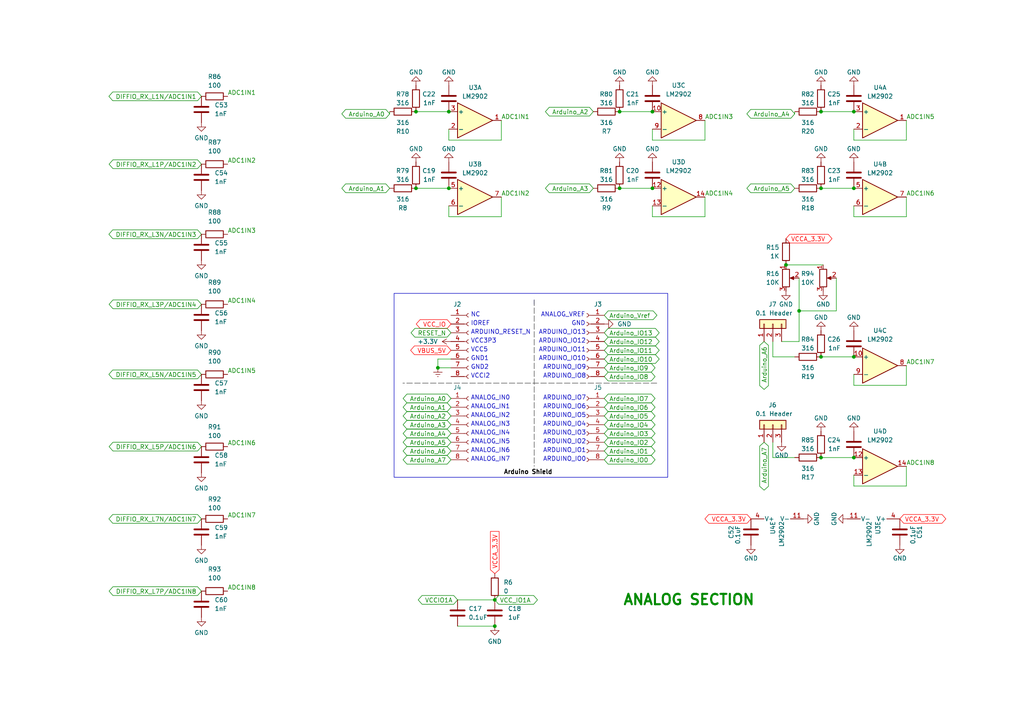
<source format=kicad_sch>
(kicad_sch (version 20231120) (generator "eeschema") (generator_version "8.0")
  (paper "A4")
  (lib_symbols
    (symbol "Amplifier_Operational:LM2902" (pin_names (offset 0.127))
      (property "Reference" "U" (at 0 5.08 0))
      (property "Value" "LM2902" (at 0 -5.08 0))
      (symbol "LM2902_1_1"
        (polyline (pts (xy -5.08 5.08) (xy 5.08 0) (xy -5.08 -5.08) (xy -5.08 5.08)) (stroke (width 0.254)) (fill (type background)))
        (pin output line (at 7.62 0 180) (length 2.54) (name "~") (number "1"))
        (pin input line (at -7.62 -2.54 0) (length 2.54) (name "-") (number "2"))
        (pin input line (at -7.62 2.54 0) (length 2.54) (name "+") (number "3"))
      )
      (symbol "LM2902_2_1"
        (polyline (pts (xy -5.08 5.08) (xy 5.08 0) (xy -5.08 -5.08) (xy -5.08 5.08)) (stroke (width 0.254)) (fill (type background)))
        (pin input line (at -7.62 2.54 0) (length 2.54) (name "+") (number "5"))
        (pin input line (at -7.62 -2.54 0) (length 2.54) (name "-") (number "6"))
        (pin output line (at 7.62 0 180) (length 2.54) (name "~") (number "7"))
      )
      (symbol "LM2902_3_1"
        (polyline (pts (xy -5.08 5.08) (xy 5.08 0) (xy -5.08 -5.08) (xy -5.08 5.08)) (stroke (width 0.254)) (fill (type background)))
        (pin input line (at -7.62 2.54 0) (length 2.54) (name "+") (number "10"))
        (pin output line (at 7.62 0 180) (length 2.54) (name "~") (number "8"))
        (pin input line (at -7.62 -2.54 0) (length 2.54) (name "-") (number "9"))
      )
      (symbol "LM2902_4_1"
        (polyline (pts (xy -5.08 5.08) (xy 5.08 0) (xy -5.08 -5.08) (xy -5.08 5.08)) (stroke (width 0.254)) (fill (type background)))
        (pin input line (at -7.62 2.54 0) (length 2.54) (name "+") (number "12"))
        (pin input line (at -7.62 -2.54 0) (length 2.54) (name "-") (number "13"))
        (pin output line (at 7.62 0 180) (length 2.54) (name "~") (number "14"))
      )
      (symbol "LM2902_5_1"
        (pin power_in line (at -2.54 -7.62 90) (length 3.81) (name "V-") (number "11"))
        (pin power_in line (at -2.54 7.62 270) (length 3.81) (name "V+") (number "4"))
      )
    )
    (symbol "Connector:Conn_01x08_Socket" (pin_names (offset 1.016) hide)
      (property "Reference" "J" (at 0 10.16 0))
      (property "Value" "Conn_01x08_Socket" (at 0 -12.7 0))
      (symbol "Conn_01x08_Socket_1_1"
        (arc (start 0 -9.652) (mid -0.5058 -10.16) (end 0 -10.668) (stroke (width 0.1524)))
        (arc (start 0 -7.112) (mid -0.5058 -7.62) (end 0 -8.128) (stroke (width 0.1524)))
        (arc (start 0 -4.572) (mid -0.5058 -5.08) (end 0 -5.588) (stroke (width 0.1524)))
        (arc (start 0 -2.032) (mid -0.5058 -2.54) (end 0 -3.048) (stroke (width 0.1524)))
        (polyline (pts (xy -1.27 -10.16) (xy -0.508 -10.16)) (stroke (width 0.1524)))
        (polyline (pts (xy -1.27 -7.62) (xy -0.508 -7.62)) (stroke (width 0.1524)))
        (polyline (pts (xy -1.27 -5.08) (xy -0.508 -5.08)) (stroke (width 0.1524)))
        (polyline (pts (xy -1.27 -2.54) (xy -0.508 -2.54)) (stroke (width 0.1524)))
        (polyline (pts (xy -1.27 0) (xy -0.508 0)) (stroke (width 0.1524)))
        (polyline (pts (xy -1.27 2.54) (xy -0.508 2.54)) (stroke (width 0.1524)))
        (polyline (pts (xy -1.27 5.08) (xy -0.508 5.08)) (stroke (width 0.1524)))
        (polyline (pts (xy -1.27 7.62) (xy -0.508 7.62)) (stroke (width 0.1524)))
        (arc (start 0 0.508) (mid -0.5058 0) (end 0 -0.508) (stroke (width 0.1524)))
        (arc (start 0 3.048) (mid -0.5058 2.54) (end 0 2.032) (stroke (width 0.1524)))
        (arc (start 0 5.588) (mid -0.5058 5.08) (end 0 4.572) (stroke (width 0.1524)))
        (arc (start 0 8.128) (mid -0.5058 7.62) (end 0 7.112) (stroke (width 0.1524)))
        (pin passive line (at -5.08 7.62 0) (length 3.81) (name "Pin_1") (number "1"))
        (pin passive line (at -5.08 5.08 0) (length 3.81) (name "Pin_2") (number "2"))
        (pin passive line (at -5.08 2.54 0) (length 3.81) (name "Pin_3") (number "3"))
        (pin passive line (at -5.08 0 0) (length 3.81) (name "Pin_4") (number "4"))
        (pin passive line (at -5.08 -2.54 0) (length 3.81) (name "Pin_5") (number "5"))
        (pin passive line (at -5.08 -5.08 0) (length 3.81) (name "Pin_6") (number "6"))
        (pin passive line (at -5.08 -7.62 0) (length 3.81) (name "Pin_7") (number "7"))
        (pin passive line (at -5.08 -10.16 0) (length 3.81) (name "Pin_8") (number "8"))
      )
    )
    (symbol "Connector_Generic:Conn_01x03" (pin_names (offset 1.016) hide)
      (property "Reference" "J" (at 0 5.08 0))
      (property "Value" "Conn_01x03" (at 0 -5.08 0))
      (symbol "Conn_01x03_1_1"
        (rectangle (start -1.27 -2.413) (end 0 -2.667) (stroke (width 0.1524)))
        (rectangle (start -1.27 0.127) (end 0 -0.127) (stroke (width 0.1524)))
        (rectangle (start -1.27 2.667) (end 0 2.413) (stroke (width 0.1524)))
        (rectangle (start -1.27 3.81) (end 1.27 -3.81) (stroke (width 0.254)) (fill (type background)))
        (pin passive line (at -5.08 2.54 0) (length 3.81) (name "Pin_1") (number "1"))
        (pin passive line (at -5.08 0 0) (length 3.81) (name "Pin_2") (number "2"))
        (pin passive line (at -5.08 -2.54 0) (length 3.81) (name "Pin_3") (number "3"))
      )
    )
    (symbol "Device:C" (pin_numbers hide) (pin_names (offset 0.254))
      (property "Reference" "C" (at 0.635 2.54 0))
      (property "Value" "C" (at 0.635 -2.54 0))
      (symbol "C_0_1"
        (polyline (pts (xy -2.032 -0.762) (xy 2.032 -0.762)) (stroke (width 0.508)))
        (polyline (pts (xy -2.032 0.762) (xy 2.032 0.762)) (stroke (width 0.508)))
      )
      (symbol "C_1_1"
        (pin passive line (at 0 3.81 270) (length 2.794) (name "~") (number "1"))
        (pin passive line (at 0 -3.81 90) (length 2.794) (name "~") (number "2"))
      )
    )
    (symbol "Device:R" (pin_numbers hide) (pin_names (offset 0))
      (property "Reference" "R" (at 2.032 0 90))
      (property "Value" "R" (at 0 0 90))
      (symbol "R_0_1"
        (rectangle (start -1.016 -2.54) (end 1.016 2.54) (stroke (width 0.254)))
      )
      (symbol "R_1_1"
        (pin passive line (at 0 3.81 270) (length 1.27) (name "~") (number "1"))
        (pin passive line (at 0 -3.81 90) (length 1.27) (name "~") (number "2"))
      )
    )
    (symbol "Device:R_Potentiometer" (pin_names (offset 1.016) hide)
      (property "Reference" "RV" (at -4.445 0 90))
      (property "Value" "R_Potentiometer" (at -2.54 0 90))
      (symbol "R_Potentiometer_0_1"
        (polyline (pts (xy 2.54 0) (xy 1.524 0)))
        (polyline (pts (xy 1.143 0) (xy 2.286 0.508) (xy 2.286 -0.508) (xy 1.143 0)) (fill (type outline)))
        (rectangle (start 1.016 2.54) (end -1.016 -2.54) (stroke (width 0.254)))
      )
      (symbol "R_Potentiometer_1_1"
        (pin passive line (at 0 3.81 270) (length 1.27) (name "1") (number "1"))
        (pin passive line (at 3.81 0 180) (length 1.27) (name "2") (number "2"))
        (pin passive line (at 0 -3.81 90) (length 1.27) (name "3") (number "3"))
      )
    )
    (symbol "power:+3.3V" (power) (pin_names (offset 0))
      (property "Value" "+3.3V" (at 0 3.556 0))
      (symbol "+3.3V_0_1"
        (polyline (pts (xy -0.762 1.27) (xy 0 2.54)))
        (polyline (pts (xy 0 0) (xy 0 2.54)))
        (polyline (pts (xy 0 2.54) (xy 0.762 1.27)))
      )
      (symbol "+3.3V_1_1"
        (pin power_in line (at 0 0 90) (length 0) hide (name "+3.3V") (number "1"))
      )
    )
    (symbol "power:Earth" (power) (pin_names (offset 0))
      (symbol "Earth_0_1"
        (polyline (pts (xy -0.635 -1.905) (xy 0.635 -1.905)))
        (polyline (pts (xy -0.127 -2.54) (xy 0.127 -2.54)))
        (polyline (pts (xy 0 -1.27) (xy 0 0)))
        (polyline (pts (xy 1.27 -1.27) (xy -1.27 -1.27)))
      )
      (symbol "Earth_1_1"
        (pin power_in line (at 0 0 270) (length 0) hide (name "Earth") (number "1"))
      )
    )
    (symbol "power:GND" (power) (pin_names (offset 0))
      (property "Value" "GND" (at 0 -3.81 0))
      (symbol "GND_0_1"
        (polyline (pts (xy 0 0) (xy 0 -1.27) (xy 1.27 -1.27) (xy 0 -2.54) (xy -1.27 -1.27) (xy 0 -1.27)))
      )
      (symbol "GND_1_1"
        (pin power_in line (at 0 0 270) (length 0) hide (name "GND") (number "1"))
      )
    )
  )
  (junction (at 179.705 54.61))
  (junction (at 227.965 76.835))
  (junction (at 143.51 181.61))
  (junction (at 179.705 32.385))
  (junction (at 247.65 132.715))
  (junction (at 247.65 103.505))
  (junction (at 247.65 54.61))
  (junction (at 127 106.68))
  (junction (at 189.23 32.385))
  (junction (at 130.175 32.385))
  (junction (at 231.775 90.17))
  (junction (at 238.125 32.385))
  (junction (at 238.125 132.715))
  (junction (at 130.175 54.61))
  (junction (at 238.125 54.61))
  (junction (at 143.51 173.99))
  (junction (at 189.23 54.61))
  (junction (at 247.65 32.385))
  (junction (at 238.125 103.505))
  (junction (at 120.65 32.385))
  (junction (at 120.65 54.61))
  (wire (pts (xy 262.89 62.865) (xy 262.89 57.15)))
  (wire (pts (xy 238.125 132.715) (xy 247.65 132.715)))
  (wire (pts (xy 247.65 62.865) (xy 262.89 62.865)))
  (wire (pts (xy 189.23 62.865) (xy 204.47 62.865)))
  (wire (pts (xy 127 104.14) (xy 130.81 104.14)))
  (wire (pts (xy 189.23 37.465) (xy 189.23 40.64)))
  (polyline (pts (xy 154.94 86.995) (xy 154.94 88.265)))
  (wire (pts (xy 224.155 132.715) (xy 230.505 132.715)))
  (wire (pts (xy 262.89 140.97) (xy 262.89 135.255)))
  (wire (pts (xy 231.775 99.06) (xy 231.775 90.17)))
  (wire (pts (xy 224.155 103.505) (xy 230.505 103.505)))
  (polyline (pts (xy 154.94 86.995) (xy 154.94 135.255)) (stroke (width 0) (type dash) (color 72 72 72 1)))
  (wire (pts (xy 230.505 32.385) (xy 230.505 33.02)))
  (wire (pts (xy 247.65 59.69) (xy 247.65 62.865)))
  (wire (pts (xy 130.175 37.465) (xy 130.175 40.64)))
  (wire (pts (xy 204.47 62.865) (xy 204.47 57.15)))
  (wire (pts (xy 130.175 59.69) (xy 130.175 62.865)))
  (wire (pts (xy 231.775 80.645) (xy 231.775 90.17)))
  (wire (pts (xy 231.775 90.17) (xy 242.57 90.17)))
  (wire (pts (xy 145.415 62.865) (xy 145.415 57.15)))
  (wire (pts (xy 145.415 40.64) (xy 145.415 34.925)))
  (wire (pts (xy 247.65 137.795) (xy 247.65 140.97)))
  (wire (pts (xy 113.03 32.385) (xy 113.03 33.02)))
  (wire (pts (xy 143.51 173.99) (xy 132.715 173.99)))
  (wire (pts (xy 204.47 40.64) (xy 204.47 34.925)))
  (wire (pts (xy 242.57 90.17) (xy 242.57 80.645)))
  (wire (pts (xy 247.65 140.97) (xy 262.89 140.97)))
  (wire (pts (xy 120.65 54.61) (xy 130.175 54.61)))
  (wire (pts (xy 238.125 32.385) (xy 247.65 32.385)))
  (wire (pts (xy 189.23 40.64) (xy 204.47 40.64)))
  (wire (pts (xy 247.65 108.585) (xy 247.65 111.76)))
  (wire (pts (xy 189.23 59.69) (xy 189.23 62.865)))
  (wire (pts (xy 224.155 128.27) (xy 224.155 132.715)))
  (polyline (pts (xy 190.5 111.125) (xy 116.84 111.125)) (stroke (width 0) (type dash) (color 72 72 72 1)))
  (wire (pts (xy 179.705 32.385) (xy 189.23 32.385)))
  (wire (pts (xy 238.125 103.505) (xy 247.65 103.505)))
  (wire (pts (xy 120.65 32.385) (xy 130.175 32.385)))
  (wire (pts (xy 127 104.14) (xy 127 106.68)))
  (wire (pts (xy 130.175 62.865) (xy 145.415 62.865)))
  (wire (pts (xy 224.155 99.06) (xy 224.155 103.505)))
  (wire (pts (xy 262.89 111.76) (xy 262.89 106.045)))
  (wire (pts (xy 130.175 40.64) (xy 145.415 40.64)))
  (wire (pts (xy 247.65 37.465) (xy 247.65 40.64)))
  (wire (pts (xy 226.695 99.06) (xy 231.775 99.06)))
  (wire (pts (xy 143.51 181.61) (xy 132.715 181.61)))
  (wire (pts (xy 238.125 54.61) (xy 247.65 54.61)))
  (wire (pts (xy 127 106.68) (xy 130.81 106.68)))
  (wire (pts (xy 247.65 111.76) (xy 262.89 111.76)))
  (wire (pts (xy 262.89 40.64) (xy 262.89 34.925)))
  (wire (pts (xy 227.965 76.835) (xy 238.76 76.835)))
  (wire (pts (xy 179.705 54.61) (xy 189.23 54.61)))
  (wire (pts (xy 247.65 40.64) (xy 262.89 40.64)))
  (rectangle (start 114.3 85.09) (end 193.675 138.43))
  (text "ARDUINO_IO13" (at 156.21 97.155 0) (effects (font (size 1.27 1.27)) (justify left bottom)))
  (text "ARDUINO_IO4" (at 157.48 123.825 0) (effects (font (size 1.27 1.27)) (justify left bottom)))
  (text "ANALOG_IN2" (at 136.525 121.285 0) (effects (font (size 1.27 1.27)) (justify left bottom)))
  (text "ARDUINO_IO12" (at 156.21 99.695 0) (effects (font (size 1.27 1.27)) (justify left bottom)))
  (text "ARDUINO_RESET_N" (at 136.525 97.155 0) (effects (font (size 1.27 1.27)) (justify left bottom)))
  (text "ANALOG SECTION" (at 219.075 175.895 0) (effects (font (size 3 3) (thickness 0.6) (bold yes)) (justify right bottom)))
  (text "NC" (at 136.525 92.075 0) (effects (font (size 1.27 1.27)) (justify left bottom)))
  (text "GND" (at 165.735 94.615 0) (effects (font (size 1.27 1.27)) (justify left bottom)))
  (text "ARDUINO_IO2" (at 157.48 128.905 0) (effects (font (size 1.27 1.27)) (justify left bottom)))
  (text "ARDUINO_IO10" (at 156.21 104.775 0) (effects (font (size 1.27 1.27)) (justify left bottom)))
  (text "ANALOG_IN0" (at 136.525 116.205 0) (effects (font (size 1.27 1.27)) (justify left bottom)))
  (text "IOREF" (at 136.525 94.615 0) (effects (font (size 1.27 1.27)) (justify left bottom)))
  (text "VCCI2" (at 136.525 109.855 0) (effects (font (size 1.27 1.27)) (justify left bottom)))
  (text "ARDUINO_IO9" (at 157.48 107.315 0) (effects (font (size 1.27 1.27)) (justify left bottom)))
  (text "ANALOG_IN1" (at 136.525 118.745 0) (effects (font (size 1.27 1.27)) (justify left bottom)))
  (text "ARDUINO_IO0" (at 157.48 133.985 0) (effects (font (size 1.27 1.27)) (justify left bottom)))
  (text "ANALOG_IN5" (at 136.525 128.905 0) (effects (font (size 1.27 1.27)) (justify left bottom)))
  (text "ARDUINO_IO8" (at 157.48 109.855 0) (effects (font (size 1.27 1.27)) (justify left bottom)))
  (text "ARDUINO_IO7" (at 157.48 116.205 0) (effects (font (size 1.27 1.27)) (justify left bottom)))
  (text "ANALOG_IN6" (at 136.525 131.445 0) (effects (font (size 1.27 1.27)) (justify left bottom)))
  (text "GND1" (at 136.525 104.775 0) (effects (font (size 1.27 1.27)) (justify left bottom)))
  (text "ANALOG_IN7" (at 136.525 133.985 0) (effects (font (size 1.27 1.27)) (justify left bottom)))
  (text "ARDUINO_IO1" (at 157.48 131.445 0) (effects (font (size 1.27 1.27)) (justify left bottom)))
  (text "ANALOG_IN4" (at 136.525 126.365 0) (effects (font (size 1.27 1.27)) (justify left bottom)))
  (text "ANALOG_IN3" (at 136.525 123.825 0) (effects (font (size 1.27 1.27)) (justify left bottom)))
  (text "Arduino Shield" (at 146.05 137.795 0) (effects (font (size 1.27 1.27) (thickness 0.254) (bold yes)) (justify left bottom)))
  (text "ANALOG_VREF" (at 156.845 92.075 0) (effects (font (size 1.27 1.27)) (justify left bottom)))
  (text "VCC3P3" (at 136.525 99.695 0) (effects (font (size 1.27 1.27)) (justify left bottom)))
  (text "ARDUINO_IO11" (at 156.21 102.235 0) (effects (font (size 1.27 1.27)) (justify left bottom)))
  (text "VCC5" (at 136.525 102.235 0) (effects (font (size 1.27 1.27)) (justify left bottom)))
  (text "ARDUINO_IO6" (at 157.48 118.745 0) (effects (font (size 1.27 1.27)) (justify left bottom)))
  (text "ARDUINO_IO5" (at 157.48 121.285 0) (effects (font (size 1.27 1.27)) (justify left bottom)))
  (text "GND2" (at 136.525 107.315 0) (effects (font (size 1.27 1.27)) (justify left bottom)))
  (text "ARDUINO_IO3" (at 157.48 126.365 0) (effects (font (size 1.27 1.27)) (justify left bottom)))
  (label "ADC1IN1" (at 66.04 27.94 0))
  (label "ADC1IN2" (at 145.415 57.15 0))
  (label "ADC1IN2" (at 66.04 47.625 0))
  (label "ADC1IN3" (at 66.04 67.945 0))
  (label "ADC1IN6" (at 66.04 129.54 0))
  (label "ADC1IN6" (at 262.89 57.15 0))
  (label "ADC1IN4" (at 66.04 88.265 0))
  (label "ADC1IN7" (at 66.04 150.495 0))
  (label "ADC1IN4" (at 204.47 57.15 0))
  (label "ADC1IN5" (at 262.89 34.925 0))
  (label "ADC1IN1" (at 145.415 34.925 0))
  (label "ADC1IN5" (at 66.04 108.585 0))
  (label "ADC1IN3" (at 204.47 34.925 0))
  (label "ADC1IN8" (at 66.04 171.45 0))
  (label "ADC1IN8" (at 262.89 135.255 0))
  (label "ADC1IN7" (at 262.89 106.045 0))
  (global_label "VCCA_3.3V" (shape bidirectional) (at 217.805 150.495 180) (property "Intersheetrefs" "${INTERSHEET_REFS}" (effects (hide yes))))
  (global_label "DIFFIO_RX_L3N{slash}ADC1IN3" (shape bidirectional) (at 58.42 67.945 180) (property "Intersheetrefs" "${INTERSHEET_REFS}" (effects (hide yes))))
  (global_label "VCCA_3.3V" (shape bidirectional) (at 260.985 150.495 0) (property "Intersheetrefs" "${INTERSHEET_REFS}" (effects (hide yes))))
  (global_label "Arduino_IO6" (shape bidirectional) (at 175.26 118.11 0) (property "Intersheetrefs" "${INTERSHEET_REFS}" (effects (hide yes))))
  (global_label "Arduino_IO7" (shape bidirectional) (at 175.26 115.57 0) (property "Intersheetrefs" "${INTERSHEET_REFS}" (effects (hide yes))))
  (global_label "VCCIO1A" (shape bidirectional) (at 132.715 173.99 180) (property "Intersheetrefs" "${INTERSHEET_REFS}" (effects (hide yes))))
  (global_label "Arduino_IO11" (shape bidirectional) (at 175.26 101.6 0) (property "Intersheetrefs" "${INTERSHEET_REFS}" (effects (hide yes))))
  (global_label "Arduino_A1" (shape bidirectional) (at 130.81 118.11 180) (property "Intersheetrefs" "${INTERSHEET_REFS}" (effects (hide yes))))
  (global_label "VCCA_3.3V" (shape bidirectional) (at 227.965 69.215 0) (property "Intersheetrefs" "${INTERSHEET_REFS}" (effects (hide yes))))
  (global_label "DIFFIO_RX_L7N{slash}ADC1IN7" (shape bidirectional) (at 58.42 150.495 180) (property "Intersheetrefs" "${INTERSHEET_REFS}" (effects (hide yes))))
  (global_label "Arduino_IO13" (shape bidirectional) (at 175.26 96.52 0) (property "Intersheetrefs" "${INTERSHEET_REFS}" (effects (hide yes))))
  (global_label "Arduino_Vref" (shape bidirectional) (at 175.26 91.44 0) (property "Intersheetrefs" "${INTERSHEET_REFS}" (effects (hide yes))))
  (global_label "Arduino_A5" (shape bidirectional) (at 130.81 128.27 180) (property "Intersheetrefs" "${INTERSHEET_REFS}" (effects (hide yes))))
  (global_label "Arduino_A7" (shape bidirectional) (at 130.81 133.35 180) (property "Intersheetrefs" "${INTERSHEET_REFS}" (effects (hide yes))))
  (global_label "Arduino_IO0" (shape bidirectional) (at 175.26 133.35 0) (property "Intersheetrefs" "${INTERSHEET_REFS}" (effects (hide yes))))
  (global_label "Arduino_IO3" (shape bidirectional) (at 175.26 125.73 0) (property "Intersheetrefs" "${INTERSHEET_REFS}" (effects (hide yes))))
  (global_label "VCC_IO1A" (shape bidirectional) (at 143.51 173.99 0) (property "Intersheetrefs" "${INTERSHEET_REFS}" (effects (hide yes))))
  (global_label "Arduino_A4" (shape bidirectional) (at 230.505 33.02 180) (property "Intersheetrefs" "${INTERSHEET_REFS}" (effects (hide yes))))
  (global_label "Arduino_A3" (shape bidirectional) (at 130.81 123.19 180) (property "Intersheetrefs" "${INTERSHEET_REFS}" (effects (hide yes))))
  (global_label "Arduino_IO10" (shape bidirectional) (at 175.26 104.14 0) (property "Intersheetrefs" "${INTERSHEET_REFS}" (effects (hide yes))))
  (global_label "Arduino_A3" (shape bidirectional) (at 172.085 54.61 180) (property "Intersheetrefs" "${INTERSHEET_REFS}" (effects (hide yes))))
  (global_label "Arduino_A4" (shape bidirectional) (at 130.81 125.73 180) (property "Intersheetrefs" "${INTERSHEET_REFS}" (effects (hide yes))))
  (global_label "Arduino_IO8" (shape bidirectional) (at 175.26 109.22 0) (property "Intersheetrefs" "${INTERSHEET_REFS}" (effects (hide yes))))
  (global_label "Arduino_A7" (shape bidirectional) (at 221.615 128.27 270) (property "Intersheetrefs" "${INTERSHEET_REFS}" (effects (hide yes))))
  (global_label "VCC_IO" (shape bidirectional) (at 130.81 93.98 180) (property "Intersheetrefs" "${INTERSHEET_REFS}" (effects (hide yes))))
  (global_label "Arduino_A1" (shape bidirectional) (at 113.03 54.61 180) (property "Intersheetrefs" "${INTERSHEET_REFS}" (effects (hide yes))))
  (global_label "Arduino_IO5" (shape bidirectional) (at 175.26 120.65 0) (property "Intersheetrefs" "${INTERSHEET_REFS}" (effects (hide yes))))
  (global_label "Arduino_A5" (shape bidirectional) (at 230.505 54.61 180) (property "Intersheetrefs" "${INTERSHEET_REFS}" (effects (hide yes))))
  (global_label "Arduino_A0" (shape bidirectional) (at 130.81 115.57 180) (property "Intersheetrefs" "${INTERSHEET_REFS}" (effects (hide yes))))
  (global_label "Arduino_A0" (shape bidirectional) (at 113.03 33.02 180) (property "Intersheetrefs" "${INTERSHEET_REFS}" (effects (hide yes))))
  (global_label "RESET_N" (shape bidirectional) (at 130.81 96.52 180) (property "Intersheetrefs" "${INTERSHEET_REFS}" (effects (hide yes))))
  (global_label "Arduino_IO2" (shape bidirectional) (at 175.26 128.27 0) (property "Intersheetrefs" "${INTERSHEET_REFS}" (effects (hide yes))))
  (global_label "Arduino_IO12" (shape bidirectional) (at 175.26 99.06 0) (property "Intersheetrefs" "${INTERSHEET_REFS}" (effects (hide yes))))
  (global_label "DIFFIO_RX_L7P{slash}ADC1IN8" (shape bidirectional) (at 58.42 171.45 180) (property "Intersheetrefs" "${INTERSHEET_REFS}" (effects (hide yes))))
  (global_label "DIFFIO_RX_L5N{slash}ADC1IN5" (shape bidirectional) (at 58.42 108.585 180) (property "Intersheetrefs" "${INTERSHEET_REFS}" (effects (hide yes))))
  (global_label "Arduino_IO4" (shape bidirectional) (at 175.26 123.19 0) (property "Intersheetrefs" "${INTERSHEET_REFS}" (effects (hide yes))))
  (global_label "DIFFIO_RX_L1P{slash}ADC1IN2" (shape bidirectional) (at 58.42 47.625 180) (property "Intersheetrefs" "${INTERSHEET_REFS}" (effects (hide yes))))
  (global_label "Arduino_IO9" (shape bidirectional) (at 175.26 106.68 0) (property "Intersheetrefs" "${INTERSHEET_REFS}" (effects (hide yes))))
  (global_label "Arduino_IO1" (shape bidirectional) (at 175.26 130.81 0) (property "Intersheetrefs" "${INTERSHEET_REFS}" (effects (hide yes))))
  (global_label "Arduino_A6" (shape bidirectional) (at 130.81 130.81 180) (property "Intersheetrefs" "${INTERSHEET_REFS}" (effects (hide yes))))
  (global_label "Arduino_A2" (shape bidirectional) (at 172.085 32.385 180) (property "Intersheetrefs" "${INTERSHEET_REFS}" (effects (hide yes))))
  (global_label "VCCA_3.3V" (shape input) (at 143.51 166.37 90) (property "Intersheetrefs" "${INTERSHEET_REFS}" (effects (hide yes))))
  (global_label "Arduino_A2" (shape bidirectional) (at 130.81 120.65 180) (property "Intersheetrefs" "${INTERSHEET_REFS}" (effects (hide yes))))
  (global_label "Arduino_A6" (shape bidirectional) (at 221.615 99.06 270) (property "Intersheetrefs" "${INTERSHEET_REFS}" (effects (hide yes))))
  (global_label "DIFFIO_RX_L1N{slash}ADC1IN1" (shape bidirectional) (at 58.42 27.94 180) (property "Intersheetrefs" "${INTERSHEET_REFS}" (effects (hide yes))))
  (global_label "DIFFIO_RX_L3P{slash}ADC1IN4" (shape bidirectional) (at 58.42 88.265 180) (property "Intersheetrefs" "${INTERSHEET_REFS}" (effects (hide yes))))
  (global_label "VBUS_5V" (shape bidirectional) (at 130.81 101.6 180) (property "Intersheetrefs" "${INTERSHEET_REFS}" (effects (hide yes))))
  (global_label "DIFFIO_RX_L5P{slash}ADC1IN6" (shape bidirectional) (at 58.42 129.54 180) (property "Intersheetrefs" "${INTERSHEET_REFS}" (effects (hide yes))))
  (symbol (lib_id "Amplifier_Operational:LM2902") (at 255.27 135.255 0) (unit 4)
    (property "Reference" "U4" (at 255.27 125.095 0))
    (property "Value" "LM2902" (at 255.27 127.635 0))
    (property "Footprint" "LM2902DR2:SOIC127P600X175-14N" (effects (hide yes)))
    (property "Datasheet" "http://www.ti.com/lit/ds/symlink/lm2902-n.pdf" (effects (hide yes)))
  )
  (symbol (lib_id "power:GND") (at 260.985 158.115 0) (unit 1)
    (property "Reference" "#PWR050" (effects (hide yes)))
    (property "Value" "GND" (at 260.985 161.925 0))
  )
  (symbol (lib_id "Device:R") (at 62.23 27.94 90) (unit 1)
    (property "Reference" "R86" (at 62.23 22.225 90))
    (property "Value" "100" (at 62.23 24.765 90))
    (property "Footprint" "Resistor_SMD:R_0201_0603Metric" (effects (hide yes)))
  )
  (symbol (lib_id "Device:R") (at 234.315 103.505 90) (mirror x) (unit 1)
    (property "Reference" "R19" (at 234.315 109.22 90))
    (property "Value" "316" (at 234.315 106.68 90))
    (property "Footprint" "Resistor_SMD:R_0201_0603Metric" (effects (hide yes)))
  )
  (symbol (lib_id "power:GND") (at 58.42 55.245 0) (unit 1)
    (property "Reference" "#PWR065" (effects (hide yes)))
    (property "Value" "GND" (at 58.42 59.69 0))
  )
  (symbol (lib_id "Device:R") (at 175.895 32.385 90) (mirror x) (unit 1)
    (property "Reference" "R7" (at 175.895 38.1 90))
    (property "Value" "316" (at 175.895 35.56 90))
    (property "Footprint" "Resistor_SMD:R_0201_0603Metric" (effects (hide yes)))
  )
  (symbol (lib_id "power:GND") (at 58.42 179.07 0) (unit 1)
    (property "Reference" "#PWR071" (effects (hide yes)))
    (property "Value" "GND" (at 58.42 183.515 0))
  )
  (symbol (lib_id "Device:R") (at 120.65 50.8 0) (mirror y) (unit 1)
    (property "Reference" "R79" (at 118.745 49.53 0) (effects (justify left)))
    (property "Value" "316" (at 118.745 52.07 0) (effects (justify left)))
    (property "Footprint" "Resistor_SMD:R_0201_0603Metric" (effects (hide yes)))
  )
  (symbol (lib_id "power:GND") (at 245.745 150.495 270) (unit 1)
    (property "Reference" "#PWR049" (effects (hide yes)))
    (property "Value" "GND" (at 241.935 150.495 0))
  )
  (symbol (lib_id "Device:C") (at 260.985 154.305 0) (mirror y) (unit 1)
    (property "Reference" "C51" (at 266.7 152.4 90) (effects (justify right)))
    (property "Value" "0.1uF" (at 264.795 152.4 90) (effects (justify right)))
    (property "Footprint" "Capacitor_SMD:C_0201_0603Metric" (effects (hide yes)))
  )
  (symbol (lib_id "Device:R") (at 175.895 54.61 90) (mirror x) (unit 1)
    (property "Reference" "R9" (at 175.895 60.325 90))
    (property "Value" "316" (at 175.895 57.785 90))
    (property "Footprint" "Resistor_SMD:R_0201_0603Metric" (effects (hide yes)))
  )
  (symbol (lib_id "Device:R") (at 62.23 47.625 90) (unit 1)
    (property "Reference" "R87" (at 62.23 41.275 90))
    (property "Value" "100" (at 62.23 43.815 90))
    (property "Footprint" "Resistor_SMD:R_0201_0603Metric" (effects (hide yes)))
  )
  (symbol (lib_id "power:GND") (at 175.26 93.98 90) (unit 1)
    (property "Reference" "#PWR040" (effects (hide yes)))
    (property "Value" "GND" (at 179.07 93.98 90) (effects (justify right)))
  )
  (symbol (lib_id "Device:C") (at 58.42 112.395 0) (unit 1)
    (property "Reference" "C57" (at 62.23 111.125 0) (effects (justify left)))
    (property "Value" "1nF" (at 62.23 113.665 0) (effects (justify left)))
    (property "Footprint" "Capacitor_SMD:C_0201_0603Metric" (effects (hide yes)))
  )
  (symbol (lib_id "power:GND") (at 179.705 24.765 180) (unit 1)
    (property "Reference" "#PWR045" (effects (hide yes)))
    (property "Value" "GND" (at 179.705 20.955 0))
  )
  (symbol (lib_id "Device:R_Potentiometer") (at 227.965 80.645 0) (unit 1)
    (property "Reference" "R16" (at 226.06 79.375 0) (effects (justify right)))
    (property "Value" "10K" (at 226.06 81.915 0) (effects (justify right)))
    (property "Footprint" "Potentiometer_SMD:Potentiometer_Vishay_TS53YJ_Vertical" (effects (hide yes)))
  )
  (symbol (lib_id "Device:R") (at 62.23 129.54 90) (unit 1)
    (property "Reference" "R91" (at 62.23 123.825 90))
    (property "Value" "100" (at 62.23 126.365 90))
    (property "Footprint" "Resistor_SMD:R_0201_0603Metric" (effects (hide yes)))
  )
  (symbol (lib_id "Device:R") (at 116.84 32.385 90) (mirror x) (unit 1)
    (property "Reference" "R10" (at 116.84 38.1 90))
    (property "Value" "316" (at 116.84 35.56 90))
    (property "Footprint" "Resistor_SMD:R_0201_0603Metric" (effects (hide yes)))
  )
  (symbol (lib_id "power:GND") (at 130.175 46.99 180) (unit 1)
    (property "Reference" "#PWR044" (effects (hide yes)))
    (property "Value" "GND" (at 130.175 43.18 0))
  )
  (symbol (lib_id "Amplifier_Operational:LM2902") (at 225.425 153.035 90) (mirror x) (unit 5)
    (property "Reference" "U4" (at 224.155 151.13 0) (effects (justify left)))
    (property "Value" "LM2902" (at 226.695 151.13 0) (effects (justify left)))
    (property "Footprint" "LM2902DR2:SOIC127P600X175-14N" (effects (hide yes)))
    (property "Datasheet" "http://www.ti.com/lit/ds/symlink/lm2902-n.pdf" (effects (hide yes)))
  )
  (symbol (lib_id "power:GND") (at 247.65 95.885 180) (unit 1)
    (property "Reference" "#PWR058" (effects (hide yes)))
    (property "Value" "GND" (at 247.65 92.075 0))
  )
  (symbol (lib_id "power:GND") (at 58.42 116.205 0) (unit 1)
    (property "Reference" "#PWR068" (effects (hide yes)))
    (property "Value" "GND" (at 58.42 120.65 0))
  )
  (symbol (lib_id "power:Earth") (at 127 106.68 0) (unit 1)
    (property "Reference" "#PWR039" (effects (hide yes)))
    (property "Value" "Earth" (effects (hide yes)))
  )
  (symbol (lib_id "Device:R") (at 238.125 28.575 0) (mirror y) (unit 1)
    (property "Reference" "R82" (at 236.22 27.305 0) (effects (justify left)))
    (property "Value" "316" (at 236.22 29.845 0) (effects (justify left)))
    (property "Footprint" "Resistor_SMD:R_0201_0603Metric" (effects (hide yes)))
  )
  (symbol (lib_id "Device:R") (at 238.125 128.905 0) (mirror y) (unit 1)
    (property "Reference" "R85" (at 236.22 127.635 0) (effects (justify left)))
    (property "Value" "316" (at 236.22 130.175 0) (effects (justify left)))
    (property "Footprint" "Resistor_SMD:R_0201_0603Metric" (effects (hide yes)))
  )
  (symbol (lib_id "Device:R") (at 238.125 99.695 0) (mirror y) (unit 1)
    (property "Reference" "R84" (at 236.22 98.425 0) (effects (justify left)))
    (property "Value" "316" (at 236.22 100.965 0) (effects (justify left)))
    (property "Footprint" "Resistor_SMD:R_0201_0603Metric" (effects (hide yes)))
  )
  (symbol (lib_id "power:GND") (at 58.42 75.565 0) (unit 1)
    (property "Reference" "#PWR066" (effects (hide yes)))
    (property "Value" "GND" (at 58.42 80.01 0))
  )
  (symbol (lib_id "Device:C") (at 58.42 31.75 0) (unit 1)
    (property "Reference" "C53" (at 62.23 30.48 0) (effects (justify left)))
    (property "Value" "1nF" (at 62.23 33.02 0) (effects (justify left)))
    (property "Footprint" "Capacitor_SMD:C_0201_0603Metric" (effects (hide yes)))
  )
  (symbol (lib_id "Amplifier_Operational:LM2902") (at 137.795 57.15 0) (unit 2)
    (property "Reference" "U3" (at 137.795 47.625 0))
    (property "Value" "LM2902" (at 137.795 50.165 0))
    (property "Footprint" "LM2902DR2:SOIC127P600X175-14N" (effects (hide yes)))
    (property "Datasheet" "http://www.ti.com/lit/ds/symlink/lm2902-n.pdf" (effects (hide yes)))
  )
  (symbol (lib_id "Device:C") (at 130.175 28.575 0) (unit 1)
    (property "Reference" "C22" (at 126.365 27.305 0) (effects (justify right)))
    (property "Value" "1nF" (at 126.365 29.845 0) (effects (justify right)))
    (property "Footprint" "Capacitor_SMD:C_0201_0603Metric" (effects (hide yes)))
  )
  (symbol (lib_id "power:GND") (at 247.65 24.765 180) (unit 1)
    (property "Reference" "#PWR055" (effects (hide yes)))
    (property "Value" "GND" (at 247.65 20.955 0))
  )
  (symbol (lib_id "Device:R") (at 116.84 54.61 90) (mirror x) (unit 1)
    (property "Reference" "R8" (at 116.84 60.325 90))
    (property "Value" "316" (at 116.84 57.785 90))
    (property "Footprint" "Resistor_SMD:R_0201_0603Metric" (effects (hide yes)))
  )
  (symbol (lib_id "Device:C") (at 58.42 175.26 0) (unit 1)
    (property "Reference" "C60" (at 62.23 173.99 0) (effects (justify left)))
    (property "Value" "1nF" (at 62.23 176.53 0) (effects (justify left)))
    (property "Footprint" "Capacitor_SMD:C_0201_0603Metric" (effects (hide yes)))
  )
  (symbol (lib_id "power:GND") (at 227.965 84.455 0) (unit 1)
    (property "Reference" "#PWR059" (effects (hide yes)))
    (property "Value" "GND" (at 227.965 88.265 0))
  )
  (symbol (lib_id "Device:C") (at 247.65 128.905 0) (unit 1)
    (property "Reference" "C24" (at 243.84 127.635 0) (effects (justify right)))
    (property "Value" "1nF" (at 243.84 130.175 0) (effects (justify right)))
    (property "Footprint" "Capacitor_SMD:C_0201_0603Metric" (effects (hide yes)))
  )
  (symbol (lib_id "power:GND") (at 217.805 158.115 0) (mirror y) (unit 1)
    (property "Reference" "#PWR051" (effects (hide yes)))
    (property "Value" "GND" (at 217.805 161.925 0))
  )
  (symbol (lib_id "Device:R") (at 238.125 50.8 0) (mirror y) (unit 1)
    (property "Reference" "R83" (at 236.22 49.53 0) (effects (justify left)))
    (property "Value" "316" (at 236.22 52.07 0) (effects (justify left)))
    (property "Footprint" "Resistor_SMD:R_0201_0603Metric" (effects (hide yes)))
  )
  (symbol (lib_id "Device:R_Potentiometer") (at 238.76 80.645 0) (unit 1)
    (property "Reference" "R94" (at 236.22 79.375 0) (effects (justify right)))
    (property "Value" "10K" (at 236.22 81.915 0) (effects (justify right)))
    (property "Footprint" "Potentiometer_THT:Potentiometer_ACP_CA9-H5_Horizontal" (effects (hide yes)))
  )
  (symbol (lib_id "Device:R") (at 227.965 73.025 0) (mirror y) (unit 1)
    (property "Reference" "R15" (at 226.06 71.755 0) (effects (justify left)))
    (property "Value" "1K" (at 226.06 74.295 0) (effects (justify left)))
    (property "Footprint" "Resistor_SMD:R_0201_0603Metric" (effects (hide yes)))
  )
  (symbol (lib_id "Device:R") (at 62.23 108.585 90) (unit 1)
    (property "Reference" "R90" (at 62.23 102.235 90))
    (property "Value" "100" (at 62.23 104.775 90))
    (property "Footprint" "Resistor_SMD:R_0201_0603Metric" (effects (hide yes)))
  )
  (symbol (lib_id "Device:C") (at 130.175 50.8 0) (unit 1)
    (property "Reference" "C19" (at 126.365 49.53 0) (effects (justify right)))
    (property "Value" "1nF" (at 126.365 52.07 0) (effects (justify right)))
    (property "Footprint" "Capacitor_SMD:C_0201_0603Metric" (effects (hide yes)))
  )
  (symbol (lib_id "Connector_Generic:Conn_01x03") (at 224.155 93.98 90) (unit 1)
    (property "Reference" "J7" (at 222.885 88.265 90) (effects (justify right)))
    (property "Value" "0.1 Header" (at 219.075 90.805 90) (effects (justify right)))
    (property "Footprint" "Connector_PinHeader_2.54mm:PinHeader_1x03_P2.54mm_Vertical" (effects (hide yes)))
  )
  (symbol (lib_id "power:GND") (at 238.125 46.99 180) (unit 1)
    (property "Reference" "#PWR054" (effects (hide yes)))
    (property "Value" "GND" (at 238.125 43.18 0))
  )
  (symbol (lib_id "Device:R") (at 62.23 67.945 90) (unit 1)
    (property "Reference" "R88" (at 62.23 61.595 90))
    (property "Value" "100" (at 62.23 64.135 90))
    (property "Footprint" "Resistor_SMD:R_0201_0603Metric" (effects (hide yes)))
  )
  (symbol (lib_id "power:GND") (at 233.045 150.495 90) (mirror x) (unit 1)
    (property "Reference" "#PWR052" (effects (hide yes)))
    (property "Value" "GND" (at 236.855 150.495 0))
  )
  (symbol (lib_id "Device:C") (at 143.51 177.8 0) (unit 1)
    (property "Reference" "C18" (at 147.32 176.53 0) (effects (justify left)))
    (property "Value" "1uF" (at 147.32 179.07 0) (effects (justify left)))
    (property "Footprint" "Capacitor_SMD:C_0201_0603Metric" (effects (hide yes)))
  )
  (symbol (lib_id "Connector:Conn_01x08_Socket") (at 170.18 123.19 0) (mirror y) (unit 1)
    (property "Reference" "J5" (at 174.625 112.395 0) (effects (justify left)))
    (property "Value" "Conn_01x08_Socket" (effects (hide yes)))
    (property "Footprint" "Connector_PinSocket_2.54mm:PinSocket_1x08_P2.54mm_Vertical" (effects (hide yes)))
  )
  (symbol (lib_id "Device:C") (at 247.65 50.8 0) (unit 1)
    (property "Reference" "C23" (at 243.84 49.53 0) (effects (justify right)))
    (property "Value" "1nF" (at 243.84 52.07 0) (effects (justify right)))
    (property "Footprint" "Capacitor_SMD:C_0201_0603Metric" (effects (hide yes)))
  )
  (symbol (lib_id "power:+3.3V") (at 130.81 99.06 90) (unit 1)
    (property "Reference" "#PWR038" (effects (hide yes)))
    (property "Value" "+3.3V" (at 127 99.06 90) (effects (justify left)))
  )
  (symbol (lib_id "Device:C") (at 247.65 99.695 0) (unit 1)
    (property "Reference" "C26" (at 243.84 98.425 0) (effects (justify right)))
    (property "Value" "1nF" (at 243.84 100.965 0) (effects (justify right)))
    (property "Footprint" "Capacitor_SMD:C_0201_0603Metric" (effects (hide yes)))
  )
  (symbol (lib_id "power:GND") (at 238.125 125.095 180) (unit 1)
    (property "Reference" "#PWR061" (effects (hide yes)))
    (property "Value" "GND" (at 238.125 121.285 0))
  )
  (symbol (lib_id "Device:C") (at 58.42 51.435 0) (unit 1)
    (property "Reference" "C54" (at 62.23 50.165 0) (effects (justify left)))
    (property "Value" "1nF" (at 62.23 52.705 0) (effects (justify left)))
    (property "Footprint" "Capacitor_SMD:C_0201_0603Metric" (effects (hide yes)))
  )
  (symbol (lib_id "power:GND") (at 58.42 137.16 0) (unit 1)
    (property "Reference" "#PWR069" (effects (hide yes)))
    (property "Value" "GND" (at 58.42 141.605 0))
  )
  (symbol (lib_id "Connector:Conn_01x08_Socket") (at 135.89 123.19 0) (unit 1)
    (property "Reference" "J4" (at 131.445 112.395 0) (effects (justify left)))
    (property "Value" "Conn_01x08_Socket" (effects (hide yes)))
    (property "Footprint" "Connector_PinSocket_2.54mm:PinSocket_1x08_P2.54mm_Vertical" (effects (hide yes)))
  )
  (symbol (lib_id "Device:C") (at 58.42 154.305 0) (unit 1)
    (property "Reference" "C59" (at 62.23 153.035 0) (effects (justify left)))
    (property "Value" "1nF" (at 62.23 155.575 0) (effects (justify left)))
    (property "Footprint" "Capacitor_SMD:C_0201_0603Metric" (effects (hide yes)))
  )
  (symbol (lib_id "Device:R") (at 143.51 170.18 180) (unit 1)
    (property "Reference" "R6" (at 146.05 168.91 0) (effects (justify right)))
    (property "Value" "0" (at 146.05 171.45 0) (effects (justify right)))
    (property "Footprint" "Resistor_SMD:R_0201_0603Metric" (effects (hide yes)))
  )
  (symbol (lib_id "power:GND") (at 238.76 84.455 0) (unit 1)
    (property "Reference" "#PWR060" (effects (hide yes)))
    (property "Value" "GND" (at 238.76 88.265 0))
  )
  (symbol (lib_id "Device:R") (at 62.23 150.495 90) (unit 1)
    (property "Reference" "R92" (at 62.23 144.78 90))
    (property "Value" "100" (at 62.23 147.32 90))
    (property "Footprint" "Resistor_SMD:R_0201_0603Metric" (effects (hide yes)))
  )
  (symbol (lib_id "power:GND") (at 120.65 24.765 180) (unit 1)
    (property "Reference" "#PWR041" (effects (hide yes)))
    (property "Value" "GND" (at 120.65 20.955 0))
  )
  (symbol (lib_id "Device:C") (at 217.805 154.305 0) (unit 1)
    (property "Reference" "C52" (at 212.09 152.4 90) (effects (justify right)))
    (property "Value" "0.1uF" (at 213.995 152.4 90) (effects (justify right)))
    (property "Footprint" "Capacitor_SMD:C_0201_0603Metric" (effects (hide yes)))
  )
  (symbol (lib_id "Device:R") (at 179.705 28.575 0) (mirror y) (unit 1)
    (property "Reference" "R80" (at 177.8 27.305 0) (effects (justify left)))
    (property "Value" "316" (at 177.8 29.845 0) (effects (justify left)))
    (property "Footprint" "Resistor_SMD:R_0201_0603Metric" (effects (hide yes)))
  )
  (symbol (lib_id "Amplifier_Operational:LM2902") (at 137.795 34.925 0) (unit 1)
    (property "Reference" "U3" (at 137.795 25.4 0))
    (property "Value" "LM2902" (at 137.795 27.94 0))
    (property "Footprint" "LM2902DR2:SOIC127P600X175-14N" (effects (hide yes)))
    (property "Datasheet" "http://www.ti.com/lit/ds/symlink/lm2902-n.pdf" (effects (hide yes)))
  )
  (symbol (lib_id "Device:R") (at 234.315 32.385 90) (mirror x) (unit 1)
    (property "Reference" "R20" (at 234.315 38.1 90))
    (property "Value" "316" (at 234.315 35.56 90))
    (property "Footprint" "Resistor_SMD:R_0201_0603Metric" (effects (hide yes)))
  )
  (symbol (lib_id "Amplifier_Operational:LM2902") (at 196.85 57.15 0) (unit 4)
    (property "Reference" "U3" (at 196.85 46.99 0))
    (property "Value" "LM2902" (at 196.85 49.53 0))
    (property "Footprint" "LM2902DR2:SOIC127P600X175-14N" (effects (hide yes)))
    (property "Datasheet" "http://www.ti.com/lit/ds/symlink/lm2902-n.pdf" (effects (hide yes)))
  )
  (symbol (lib_id "Device:C") (at 189.23 28.575 0) (unit 1)
    (property "Reference" "C21" (at 185.42 27.305 0) (effects (justify right)))
    (property "Value" "1nF" (at 185.42 29.845 0) (effects (justify right)))
    (property "Footprint" "Capacitor_SMD:C_0201_0603Metric" (effects (hide yes)))
  )
  (symbol (lib_id "Amplifier_Operational:LM2902") (at 196.85 34.925 0) (unit 3)
    (property "Reference" "U3" (at 196.85 24.765 0))
    (property "Value" "LM2902" (at 196.85 27.305 0))
    (property "Footprint" "LM2902DR2:SOIC127P600X175-14N" (effects (hide yes)))
    (property "Datasheet" "http://www.ti.com/lit/ds/symlink/lm2902-n.pdf" (effects (hide yes)))
  )
  (symbol (lib_id "power:GND") (at 238.125 95.885 180) (unit 1)
    (property "Reference" "#PWR057" (effects (hide yes)))
    (property "Value" "GND" (at 238.125 92.075 0))
  )
  (symbol (lib_id "Device:R") (at 62.23 88.265 90) (unit 1)
    (property "Reference" "R89" (at 62.23 81.915 90))
    (property "Value" "100" (at 62.23 84.455 90))
    (property "Footprint" "Resistor_SMD:R_0201_0603Metric" (effects (hide yes)))
  )
  (symbol (lib_id "power:GND") (at 179.705 46.99 180) (unit 1)
    (property "Reference" "#PWR047" (effects (hide yes)))
    (property "Value" "GND" (at 179.705 43.18 0))
  )
  (symbol (lib_id "power:GND") (at 130.175 24.765 180) (unit 1)
    (property "Reference" "#PWR042" (effects (hide yes)))
    (property "Value" "GND" (at 130.175 20.955 0))
  )
  (symbol (lib_id "power:GND") (at 58.42 35.56 0) (unit 1)
    (property "Reference" "#PWR064" (effects (hide yes)))
    (property "Value" "GND" (at 58.42 40.005 0))
  )
  (symbol (lib_id "power:GND") (at 238.125 24.765 180) (unit 1)
    (property "Reference" "#PWR053" (effects (hide yes)))
    (property "Value" "GND" (at 238.125 20.955 0))
  )
  (symbol (lib_id "Connector:Conn_01x08_Socket") (at 170.18 99.06 0) (mirror y) (unit 1)
    (property "Reference" "J3" (at 174.625 88.265 0) (effects (justify left)))
    (property "Value" "Conn_01x08_Socket" (effects (hide yes)))
    (property "Footprint" "Connector_PinSocket_2.54mm:PinSocket_1x08_P2.54mm_Vertical" (effects (hide yes)))
  )
  (symbol (lib_id "Device:R") (at 62.23 171.45 90) (unit 1)
    (property "Reference" "R93" (at 62.23 165.1 90))
    (property "Value" "100" (at 62.23 167.64 90))
    (property "Footprint" "Resistor_SMD:R_0201_0603Metric" (effects (hide yes)))
  )
  (symbol (lib_id "power:GND") (at 58.42 95.885 0) (unit 1)
    (property "Reference" "#PWR067" (effects (hide yes)))
    (property "Value" "GND" (at 58.42 100.33 0))
  )
  (symbol (lib_id "power:GND") (at 120.65 46.99 180) (unit 1)
    (property "Reference" "#PWR043" (effects (hide yes)))
    (property "Value" "GND" (at 120.65 43.18 0))
  )
  (symbol (lib_id "Device:C") (at 247.65 28.575 0) (unit 1)
    (property "Reference" "C25" (at 243.84 27.305 0) (effects (justify right)))
    (property "Value" "1nF" (at 243.84 29.845 0) (effects (justify right)))
    (property "Footprint" "Capacitor_SMD:C_0201_0603Metric" (effects (hide yes)))
  )
  (symbol (lib_id "Connector:Conn_01x08_Socket") (at 135.89 99.06 0) (unit 1)
    (property "Reference" "J2" (at 131.445 88.265 0) (effects (justify left)))
    (property "Value" "Conn_01x08_Socket" (effects (hide yes)))
    (property "Footprint" "Connector_PinSocket_2.54mm:PinSocket_1x08_P2.54mm_Vertical" (effects (hide yes)))
  )
  (symbol (lib_id "power:GND") (at 226.695 128.27 0) (unit 1)
    (property "Reference" "#PWR063" (effects (hide yes)))
    (property "Value" "GND" (at 226.695 132.08 0))
  )
  (symbol (lib_id "power:GND") (at 143.51 181.61 0) (unit 1)
    (property "Reference" "#PWR072" (effects (hide yes)))
    (property "Value" "GND" (at 143.51 186.055 0))
  )
  (symbol (lib_id "Device:C") (at 58.42 71.755 0) (unit 1)
    (property "Reference" "C55" (at 62.23 70.485 0) (effects (justify left)))
    (property "Value" "1nF" (at 62.23 73.025 0) (effects (justify left)))
    (property "Footprint" "Capacitor_SMD:C_0201_0603Metric" (effects (hide yes)))
  )
  (symbol (lib_id "Device:C") (at 132.715 177.8 0) (unit 1)
    (property "Reference" "C17" (at 135.89 176.53 0) (effects (justify left)))
    (property "Value" "0.1uF" (at 135.89 179.07 0) (effects (justify left)))
    (property "Footprint" "Capacitor_SMD:C_0201_0603Metric" (effects (hide yes)))
  )
  (symbol (lib_id "Connector_Generic:Conn_01x03") (at 224.155 123.19 90) (unit 1)
    (property "Reference" "J6" (at 222.885 117.475 90) (effects (justify right)))
    (property "Value" "0.1 Header" (at 219.075 120.015 90) (effects (justify right)))
    (property "Footprint" "Connector_PinHeader_2.54mm:PinHeader_1x03_P2.54mm_Vertical" (effects (hide yes)))
  )
  (symbol (lib_id "power:GND") (at 189.23 24.765 180) (unit 1)
    (property "Reference" "#PWR046" (effects (hide yes)))
    (property "Value" "GND" (at 189.23 20.955 0))
  )
  (symbol (lib_id "power:GND") (at 247.65 125.095 180) (unit 1)
    (property "Reference" "#PWR062" (effects (hide yes)))
    (property "Value" "GND" (at 247.65 121.285 0))
  )
  (symbol (lib_id "Amplifier_Operational:LM2902") (at 253.365 153.035 270) (unit 5)
    (property "Reference" "U3" (at 254.635 151.13 0) (effects (justify left)))
    (property "Value" "LM2902" (at 252.095 151.13 0) (effects (justify left)))
    (property "Footprint" "LM2902DR2:SOIC127P600X175-14N" (effects (hide yes)))
    (property "Datasheet" "http://www.ti.com/lit/ds/symlink/lm2902-n.pdf" (effects (hide yes)))
  )
  (symbol (lib_id "Amplifier_Operational:LM2902") (at 255.27 106.045 0) (unit 3)
    (property "Reference" "U4" (at 255.27 95.885 0))
    (property "Value" "LM2902" (at 255.27 98.425 0))
    (property "Footprint" "LM2902DR2:SOIC127P600X175-14N" (effects (hide yes)))
    (property "Datasheet" "http://www.ti.com/lit/ds/symlink/lm2902-n.pdf" (effects (hide yes)))
  )
  (symbol (lib_id "Device:R") (at 234.315 132.715 90) (mirror x) (unit 1)
    (property "Reference" "R17" (at 234.315 138.43 90))
    (property "Value" "316" (at 234.315 135.89 90))
    (property "Footprint" "Resistor_SMD:R_0201_0603Metric" (effects (hide yes)))
  )
  (symbol (lib_id "Device:R") (at 120.65 28.575 0) (mirror y) (unit 1)
    (property "Reference" "R78" (at 118.745 27.305 0) (effects (justify left)))
    (property "Value" "316" (at 118.745 29.845 0) (effects (justify left)))
    (property "Footprint" "Resistor_SMD:R_0201_0603Metric" (effects (hide yes)))
  )
  (symbol (lib_id "power:GND") (at 247.65 46.99 180) (unit 1)
    (property "Reference" "#PWR056" (effects (hide yes)))
    (property "Value" "GND" (at 247.65 43.18 0))
  )
  (symbol (lib_id "power:GND") (at 189.23 46.99 180) (unit 1)
    (property "Reference" "#PWR048" (effects (hide yes)))
    (property "Value" "GND" (at 189.23 43.18 0))
  )
  (symbol (lib_id "power:GND") (at 58.42 158.115 0) (unit 1)
    (property "Reference" "#PWR070" (effects (hide yes)))
    (property "Value" "GND" (at 58.42 162.56 0))
  )
  (symbol (lib_id "Device:R") (at 234.315 54.61 90) (mirror x) (unit 1)
    (property "Reference" "R18" (at 234.315 60.325 90))
    (property "Value" "316" (at 234.315 57.785 90))
    (property "Footprint" "Resistor_SMD:R_0201_0603Metric" (effects (hide yes)))
  )
  (symbol (lib_id "Device:C") (at 189.23 50.8 0) (unit 1)
    (property "Reference" "C20" (at 185.42 49.53 0) (effects (justify right)))
    (property "Value" "1nF" (at 185.42 52.07 0) (effects (justify right)))
    (property "Footprint" "Capacitor_SMD:C_0201_0603Metric" (effects (hide yes)))
  )
  (symbol (lib_id "Device:C") (at 58.42 92.075 0) (unit 1)
    (property "Reference" "C56" (at 62.23 90.805 0) (effects (justify left)))
    (property "Value" "1nF" (at 62.23 93.345 0) (effects (justify left)))
    (property "Footprint" "Capacitor_SMD:C_0201_0603Metric" (effects (hide yes)))
  )
  (symbol (lib_id "Amplifier_Operational:LM2902") (at 255.27 57.15 0) (unit 2)
    (property "Reference" "U4" (at 255.27 47.625 0))
    (property "Value" "LM2902" (at 255.27 50.165 0))
    (property "Footprint" "LM2902DR2:SOIC127P600X175-14N" (effects (hide yes)))
    (property "Datasheet" "http://www.ti.com/lit/ds/symlink/lm2902-n.pdf" (effects (hide yes)))
  )
  (symbol (lib_id "Device:R") (at 179.705 50.8 0) (mirror y) (unit 1)
    (property "Reference" "R81" (at 177.8 49.53 0) (effects (justify left)))
    (property "Value" "316" (at 177.8 52.07 0) (effects (justify left)))
    (property "Footprint" "Resistor_SMD:R_0201_0603Metric" (effects (hide yes)))
  )
  (symbol (lib_id "Device:C") (at 58.42 133.35 0) (unit 1)
    (property "Reference" "C58" (at 62.23 132.08 0) (effects (justify left)))
    (property "Value" "1nF" (at 62.23 134.62 0) (effects (justify left)))
    (property "Footprint" "Capacitor_SMD:C_0201_0603Metric" (effects (hide yes)))
  )
  (symbol (lib_id "Amplifier_Operational:LM2902") (at 255.27 34.925 0) (unit 1)
    (property "Reference" "U4" (at 255.27 25.4 0))
    (property "Value" "LM2902" (at 255.27 27.94 0))
    (property "Footprint" "LM2902DR2:SOIC127P600X175-14N" (effects (hide yes)))
    (property "Datasheet" "http://www.ti.com/lit/ds/symlink/lm2902-n.pdf" (effects (hide yes)))
  )
)
</source>
